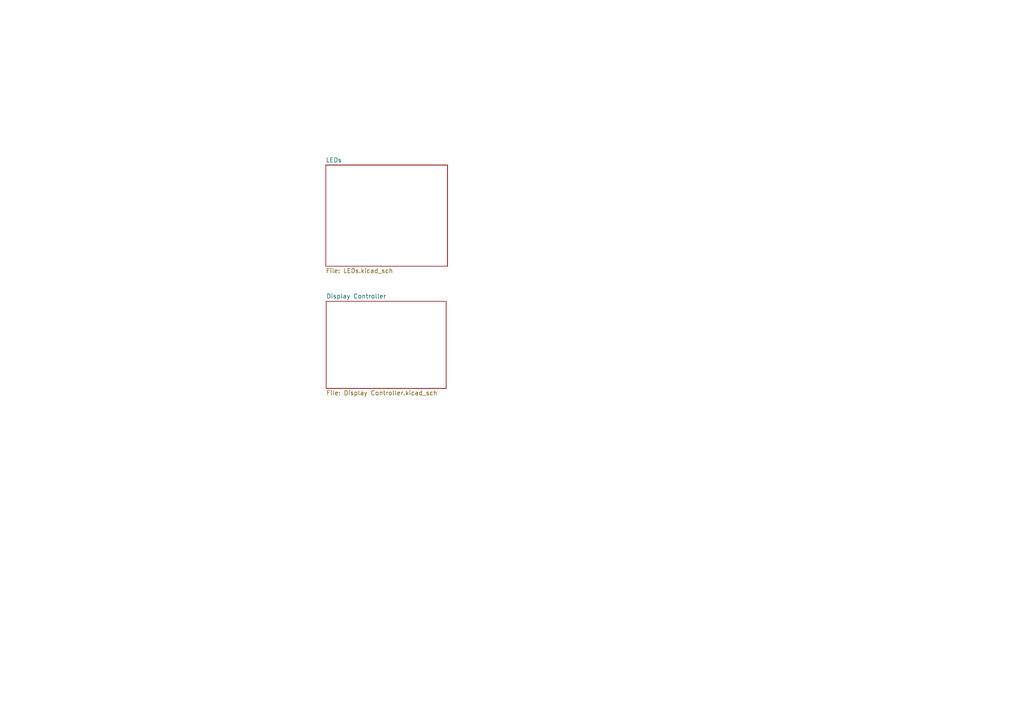
<source format=kicad_sch>
(kicad_sch (version 20211123) (generator eeschema)
  (paper "A4")
  (lib_symbols)
  (sheet (at 94.488 47.879) (size 35.306 29.337) (stroke (width 0.1524))
    (property "Sheet name" "LEDs" (at 94.488 47.1674 0) (effects (justify left bottom)))
    (property "Sheet file" "LEDs.kicad_sch" (at 94.488 77.8006 0) (effects (justify left top)))
  )
  (sheet (at 94.615 87.376) (size 34.798 25.273) (stroke (width 0.1524))
    (property "Sheet name" "Display Controller" (at 94.615 86.6644 0) (effects (justify left bottom)))
    (property "Sheet file" "Display Controller.kicad_sch" (at 94.615 113.2336 0) (effects (justify left top)))
  )
)
</source>
